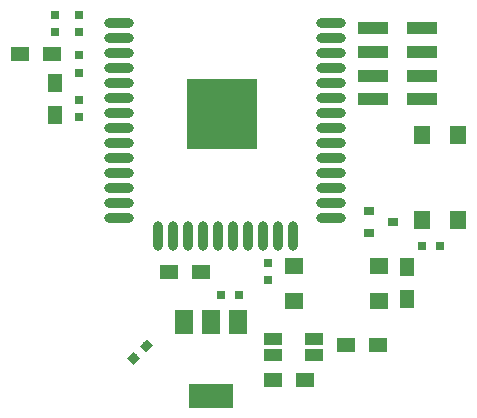
<source format=gbr>
G04 #@! TF.GenerationSoftware,KiCad,Pcbnew,no-vcs-found-33e0758~58~ubuntu16.04.1*
G04 #@! TF.CreationDate,2018-05-09T13:31:26+02:00*
G04 #@! TF.ProjectId,dropbuzzer,64726F7062757A7A65722E6B69636164,rev?*
G04 #@! TF.FileFunction,Paste,Top*
G04 #@! TF.FilePolarity,Positive*
%FSLAX46Y46*%
G04 Gerber Fmt 4.6, Leading zero omitted, Abs format (unit mm)*
G04 Created by KiCad (PCBNEW no-vcs-found-33e0758~58~ubuntu16.04.1) date Wed May  9 13:31:26 2018*
%MOMM*%
%LPD*%
G01*
G04 APERTURE LIST*
%ADD10C,0.100000*%
%ADD11O,2.500000X0.900000*%
%ADD12O,0.900000X2.500000*%
%ADD13R,6.000000X6.000000*%
%ADD14R,2.580000X1.000000*%
%ADD15R,0.750000X0.800000*%
%ADD16C,0.750000*%
%ADD17R,0.800000X0.750000*%
%ADD18R,1.500000X1.000000*%
%ADD19R,1.600000X1.400000*%
%ADD20R,1.400000X1.600000*%
%ADD21R,0.900000X0.800000*%
%ADD22R,1.500000X1.300000*%
%ADD23R,1.300000X1.500000*%
%ADD24R,1.500000X2.000000*%
%ADD25R,3.800000X2.000000*%
G04 APERTURE END LIST*
D10*
D11*
X128200000Y-70350000D03*
X128200000Y-71620000D03*
X128200000Y-72890000D03*
X128200000Y-74160000D03*
X128200000Y-75430000D03*
X128200000Y-76700000D03*
X128200000Y-77970000D03*
X128200000Y-79240000D03*
X128200000Y-80510000D03*
X128200000Y-81780000D03*
X128200000Y-83050000D03*
X128200000Y-84320000D03*
X128200000Y-85590000D03*
X128200000Y-86860000D03*
D12*
X124915000Y-88350000D03*
X123645000Y-88350000D03*
X122375000Y-88350000D03*
X121105000Y-88350000D03*
X119835000Y-88350000D03*
X118565000Y-88350000D03*
X117295000Y-88350000D03*
X116025000Y-88350000D03*
X114755000Y-88350000D03*
X113485000Y-88350000D03*
D11*
X110200000Y-86860000D03*
X110200000Y-85590000D03*
X110200000Y-84320000D03*
X110200000Y-83050000D03*
X110200000Y-81780000D03*
X110200000Y-80510000D03*
X110200000Y-79240000D03*
X110200000Y-77970000D03*
X110200000Y-76700000D03*
X110200000Y-75430000D03*
X110200000Y-74160000D03*
X110200000Y-72890000D03*
X110200000Y-71620000D03*
X110200000Y-70350000D03*
D13*
X118900000Y-78050000D03*
D14*
X135885000Y-76800000D03*
X131715000Y-76800000D03*
X135885000Y-74800000D03*
X131715000Y-74800000D03*
X135885000Y-72800000D03*
X131715000Y-72800000D03*
X135885000Y-70800000D03*
X131715000Y-70800000D03*
D15*
X106800000Y-73050000D03*
X106800000Y-74550000D03*
X104800000Y-69650000D03*
X104800000Y-71150000D03*
X106800000Y-71150000D03*
X106800000Y-69650000D03*
D16*
X111469670Y-98730330D03*
D10*
G36*
X111487348Y-98182322D02*
X112017678Y-98712652D01*
X111451992Y-99278338D01*
X110921662Y-98748008D01*
X111487348Y-98182322D01*
X111487348Y-98182322D01*
G37*
D16*
X112530330Y-97669670D03*
D10*
G36*
X112548008Y-97121662D02*
X113078338Y-97651992D01*
X112512652Y-98217678D01*
X111982322Y-97687348D01*
X112548008Y-97121662D01*
X112548008Y-97121662D01*
G37*
D17*
X118850000Y-93400000D03*
X120350000Y-93400000D03*
D15*
X106800000Y-76850000D03*
X106800000Y-78350000D03*
X122800000Y-90650000D03*
X122800000Y-92150000D03*
D17*
X135850000Y-89200000D03*
X137350000Y-89200000D03*
D18*
X126750000Y-98500000D03*
X126750000Y-97100000D03*
X123250000Y-98500000D03*
X123250000Y-97100000D03*
D19*
X132200000Y-93900000D03*
X132200000Y-90900000D03*
X125000000Y-90900000D03*
X125000000Y-93900000D03*
D20*
X138900000Y-79800000D03*
X135900000Y-79800000D03*
X135900000Y-87000000D03*
X138900000Y-87000000D03*
D21*
X133400000Y-87200000D03*
X131400000Y-88150000D03*
X131400000Y-86250000D03*
D22*
X104550000Y-73000000D03*
X101850000Y-73000000D03*
X117150000Y-91400000D03*
X114450000Y-91400000D03*
D23*
X134600000Y-93750000D03*
X134600000Y-91050000D03*
D22*
X132150000Y-97600000D03*
X129450000Y-97600000D03*
X123250000Y-100600000D03*
X125950000Y-100600000D03*
D23*
X104800000Y-78150000D03*
X104800000Y-75450000D03*
D24*
X120300000Y-95650000D03*
X115700000Y-95650000D03*
X118000000Y-95650000D03*
D25*
X118000000Y-101950000D03*
M02*

</source>
